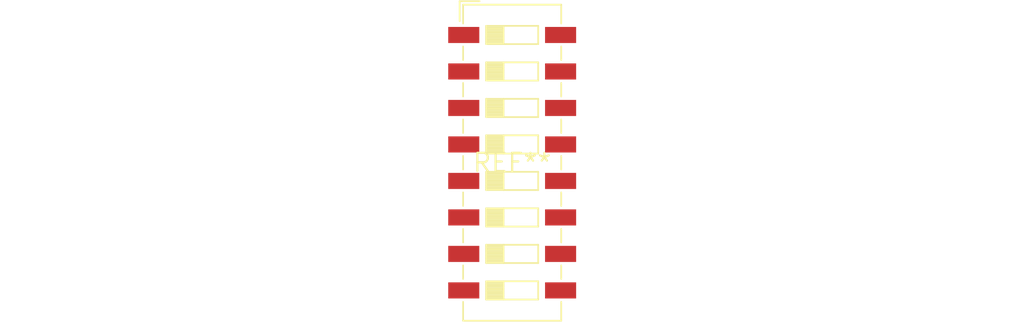
<source format=kicad_pcb>
(kicad_pcb (version 20240108) (generator pcbnew)
  (layers (0 "F.Cu" signal) (31 "B.Cu" signal) (34 "B.Paste" user) (35 "F.Paste" user) (36 "B.SilkS" user "B.Silkscreen") (37 "F.SilkS" user "F.Silkscreen") (38 "B.Mask" user) (39 "F.Mask" user) (44 "Edge.Cuts" user))
  (net 0 "")
  (footprint "SW_DIP_SPSTx08_Slide_6.7x21.88mm_W6.73mm_P2.54mm_LowProfile_JPin" (layer "F.Cu") (at 0 0)
    (property "Reference" "REF**")
    (property "Value" "SW_DIP_SPSTx08_Slide_6.7x21.88mm_W6.73mm_P2.54mm_LowProfile_JPin")
    (fp_line (start -3.65 -11.24) (end -3.65 -9.857) (layer "F.SilkS") (stroke (width 0.12)))
    (fp_line (start -3.65 -11.24) (end -2.267 -11.24) (layer "F.SilkS") (stroke (width 0.12)))
    (fp_line (start -3.41 -11) (end -3.41 -9.69) (layer "F.SilkS") (stroke (width 0.12)))
    (fp_line (start -3.41 -11) (end 3.41 -11) (layer "F.SilkS") (stroke (width 0.12)))
    (fp_line (start -3.41 -8.09) (end -3.41 -7.15) (layer "F.SilkS") (stroke (width 0.12)))
    (fp_line (start -3.41 -5.55) (end -3.41 -4.61) (layer "F.SilkS") (stroke (width 0.12)))
    (fp_line (start -3.41 -3.01) (end -3.41 -2.07) (layer "F.SilkS") (stroke (width 0.12)))
    (fp_line (start -3.41 -0.47) (end -3.41 0.47) (layer "F.SilkS") (stroke (width 0.12)))
    (fp_line (start -3.41 2.07) (end -3.41 3.01) (layer "F.SilkS") (stroke (width 0.12)))
    (fp_line (start -3.41 4.61) (end -3.41 5.55) (layer "F.SilkS") (stroke (width 0.12)))
    (fp_line (start -3.41 7.15) (end -3.41 8.09) (layer "F.SilkS") (stroke (width 0.12)))
    (fp_line (start -3.41 9.69) (end -3.41 11.001) (layer "F.SilkS") (stroke (width 0.12)))
    (fp_line (start -3.41 11.001) (end 3.41 11.001) (layer "F.SilkS") (stroke (width 0.12)))
    (fp_line (start -1.81 -9.525) (end -1.81 -8.255) (layer "F.SilkS") (stroke (width 0.12)))
    (fp_line (start -1.81 -9.405) (end -0.603333 -9.405) (layer "F.SilkS") (stroke (width 0.12)))
    (fp_line (start -1.81 -9.285) (end -0.603333 -9.285) (layer "F.SilkS") (stroke (width 0.12)))
    (fp_line (start -1.81 -9.165) (end -0.603333 -9.165) (layer "F.SilkS") (stroke (width 0.12)))
    (fp_line (start -1.81 -9.045) (end -0.603333 -9.045) (layer "F.SilkS") (stroke (width 0.12)))
    (fp_line (start -1.81 -8.925) (end -0.603333 -8.925) (layer "F.SilkS") (stroke (width 0.12)))
    (fp_line (start -1.81 -8.805) (end -0.603333 -8.805) (layer "F.SilkS") (stroke (width 0.12)))
    (fp_line (start -1.81 -8.685) (end -0.603333 -8.685) (layer "F.SilkS") (stroke (width 0.12)))
    (fp_line (start -1.81 -8.565) (end -0.603333 -8.565) (layer "F.SilkS") (stroke (width 0.12)))
    (fp_line (start -1.81 -8.445) (end -0.603333 -8.445) (layer "F.SilkS") (stroke (width 0.12)))
    (fp_line (start -1.81 -8.325) (end -0.603333 -8.325) (layer "F.SilkS") (stroke (width 0.12)))
    (fp_line (start -1.81 -8.255) (end 1.81 -8.255) (layer "F.SilkS") (stroke (width 0.12)))
    (fp_line (start -1.81 -6.985) (end -1.81 -5.715) (layer "F.SilkS") (stroke (width 0.12)))
    (fp_line (start -1.81 -6.865) (end -0.603333 -6.865) (layer "F.SilkS") (stroke (width 0.12)))
    (fp_line (start -1.81 -6.745) (end -0.603333 -6.745) (layer "F.SilkS") (stroke (width 0.12)))
    (fp_line (start -1.81 -6.625) (end -0.603333 -6.625) (layer "F.SilkS") (stroke (width 0.12)))
    (fp_line (start -1.81 -6.505) (end -0.603333 -6.505) (layer "F.SilkS") (stroke (width 0.12)))
    (fp_line (start -1.81 -6.385) (end -0.603333 -6.385) (layer "F.SilkS") (stroke (width 0.12)))
    (fp_line (start -1.81 -6.265) (end -0.603333 -6.265) (layer "F.SilkS") (stroke (width 0.12)))
    (fp_line (start -1.81 -6.145) (end -0.603333 -6.145) (layer "F.SilkS") (stroke (width 0.12)))
    (fp_line (start -1.81 -6.025) (end -0.603333 -6.025) (layer "F.SilkS") (stroke (width 0.12)))
    (fp_line (start -1.81 -5.905) (end -0.603333 -5.905) (layer "F.SilkS") (stroke (width 0.12)))
    (fp_line (start -1.81 -5.785) (end -0.603333 -5.785) (layer "F.SilkS") (stroke (width 0.12)))
    (fp_line (start -1.81 -5.715) (end 1.81 -5.715) (layer "F.SilkS") (stroke (width 0.12)))
    (fp_line (start -1.81 -4.445) (end -1.81 -3.175) (layer "F.SilkS") (stroke (width 0.12)))
    (fp_line (start -1.81 -4.325) (end -0.603333 -4.325) (layer "F.SilkS") (stroke (width 0.12)))
    (fp_line (start -1.81 -4.205) (end -0.603333 -4.205) (layer "F.SilkS") (stroke (width 0.12)))
    (fp_line (start -1.81 -4.085) (end -0.603333 -4.085) (layer "F.SilkS") (stroke (width 0.12)))
    (fp_line (start -1.81 -3.965) (end -0.603333 -3.965) (layer "F.SilkS") (stroke (width 0.12)))
    (fp_line (start -1.81 -3.845) (end -0.603333 -3.845) (layer "F.SilkS") (stroke (width 0.12)))
    (fp_line (start -1.81 -3.725) (end -0.603333 -3.725) (layer "F.SilkS") (stroke (width 0.12)))
    (fp_line (start -1.81 -3.605) (end -0.603333 -3.605) (layer "F.SilkS") (stroke (width 0.12)))
    (fp_line (start -1.81 -3.485) (end -0.603333 -3.485) (layer "F.SilkS") (stroke (width 0.12)))
    (fp_line (start -1.81 -3.365) (end -0.603333 -3.365) (layer "F.SilkS") (stroke (width 0.12)))
    (fp_line (start -1.81 -3.245) (end -0.603333 -3.245) (layer "F.SilkS") (stroke (width 0.12)))
    (fp_line (start -1.81 -3.175) (end 1.81 -3.175) (layer "F.SilkS") (stroke (width 0.12)))
    (fp_line (start -1.81 -1.905) (end -1.81 -0.635) (layer "F.SilkS") (stroke (width 0.12)))
    (fp_line (start -1.81 -1.785) (end -0.603333 -1.785) (layer "F.SilkS") (stroke (width 0.12)))
    (fp_line (start -1.81 -1.665) (end -0.603333 -1.665) (layer "F.SilkS") (stroke (width 0.12)))
    (fp_line (start -1.81 -1.545) (end -0.603333 -1.545) (layer "F.SilkS") (stroke (width 0.12)))
    (fp_line (start -1.81 -1.425) (end -0.603333 -1.425) (layer "F.SilkS") (stroke (width 0.12)))
    (fp_line (start -1.81 -1.305) (end -0.603333 -1.305) (layer "F.SilkS") (stroke (width 0.12)))
    (fp_line (start -1.81 -1.185) (end -0.603333 -1.185) (layer "F.SilkS") (stroke (width 0.12)))
    (fp_line (start -1.81 -1.065) (end -0.603333 -1.065) (layer "F.SilkS") (stroke (width 0.12)))
    (fp_line (start -1.81 -0.945) (end -0.603333 -0.945) (layer "F.SilkS") (stroke (width 0.12)))
    (fp_line (start -1.81 -0.825) (end -0.603333 -0.825) (layer "F.SilkS") (stroke (width 0.12)))
    (fp_line (start -1.81 -0.705) (end -0.603333 -0.705) (layer "F.SilkS") (stroke (width 0.12)))
    (fp_line (start -1.81 -0.635) (end 1.81 -0.635) (layer "F.SilkS") (stroke (width 0.12)))
    (fp_line (start -1.81 0.635) (end -1.81 1.905) (layer "F.SilkS") (stroke (width 0.12)))
    (fp_line (start -1.81 0.755) (end -0.603333 0.755) (layer "F.SilkS") (stroke (width 0.12)))
    (fp_line (start -1.81 0.875) (end -0.603333 0.875) (layer "F.SilkS") (stroke (width 0.12)))
    (fp_line (start -1.81 0.995) (end -0.603333 0.995) (layer "F.SilkS") (stroke (width 0.12)))
    (fp_line (start -1.81 1.115) (end -0.603333 1.115) (layer "F.SilkS") (stroke (width 0.12)))
    (fp_line (start -1.81 1.235) (end -0.603333 1.235) (layer "F.SilkS") (stroke (width 0.12)))
    (fp_line (start -1.81 1.355) (end -0.603333 1.355) (layer "F.SilkS") (stroke (width 0.12)))
    (fp_line (start -1.81 1.475) (end -0.603333 1.475) (layer "F.SilkS") (stroke (width 0.12)))
    (fp_line (start -1.81 1.595) (end -0.603333 1.595) (layer "F.SilkS") (stroke (width 0.12)))
    (fp_line (start -1.81 1.715) (end -0.603333 1.715) (layer "F.SilkS") (stroke (width 0.12)))
    (fp_line (start -1.81 1.835) (end -0.603333 1.835) (layer "F.SilkS") (stroke (width 0.12)))
    (fp_line (start -1.81 1.905) (end 1.81 1.905) (layer "F.SilkS") (stroke (width 0.12)))
    (fp_line (start -1.81 3.175) (end -1.81 4.445) (layer "F.SilkS") (stroke (width 0.12)))
    (fp_line (start -1.81 3.295) (end -0.603333 3.295) (layer "F.SilkS") (stroke (width 0.12)))
    (fp_line (start -1.81 3.415) (end -0.603333 3.415) (layer "F.SilkS") (stroke (width 0.12)))
    (fp_line (start -1.81 3.535) (end -0.603333 3.535) (layer "F.SilkS") (stroke (width 0.12)))
    (fp_line (start -1.81 3.655) (end -0.603333 3.655) (layer "F.SilkS") (stroke (width 0.12)))
    (fp_line (start -1.81 3.775) (end -0.603333 3.775) (layer "F.SilkS") (stroke (width 0.12)))
    (fp_line (start -1.81 3.895) (end -0.603333 3.895) (layer "F.SilkS") (stroke (width 0.12)))
    (fp_line (start -1.81 4.015) (end -0.603333 4.015) (layer "F.SilkS") (stroke (width 0.12)))
    (fp_line (start -1.81 4.135) (end -0.603333 4.135) (layer "F.SilkS") (stroke (width 0.12)))
    (fp_line (start -1.81 4.255) (end -0.603333 4.255) (layer "F.SilkS") (stroke (width 0.12)))
    (fp_line (start -1.81 4.375) (end -0.603333 4.375) (layer "F.SilkS") (stroke (width 0.12)))
    (fp_line (start -1.81 4.445) (end 1.81 4.445) (layer "F.SilkS") (stroke (width 0.12)))
    (fp_line (start -1.81 5.715) (end -1.81 6.985) (layer "F.SilkS") (stroke (width 0.12)))
    (fp_line (start -1.81 5.835) (end -0.603333 5.835) (layer "F.SilkS") (stroke (width 0.12)))
    (fp_line (start -1.81 5.955) (end -0.603333 5.955) (layer "F.SilkS") (stroke (width 0.12)))
    (fp_line (start -1.81 6.075) (end -0.603333 6.075) (layer "F.SilkS") (stroke (width 0.12)))
    (fp_line (start -1.81 6.195) (end -0.603333 6.195) (layer "F.SilkS") (stroke (width 0.12)))
    (fp_line (start -1.81 6.315) (end -0.603333 6.315) (layer "F.SilkS") (stroke (width 0.12)))
    (fp_line (start -1.81 6.435) (end -0.603333 6.435) (layer "F.SilkS") (stroke (width 0.12)))
    (fp_line (start -1.81 6.555) (end -0.603333 6.555) (layer "F.SilkS") (stroke (width 0.12)))
    (fp_line (start -1.81 6.675) (end -0.603333 6.675) (layer "F.SilkS") (stroke (width 0.12)))
    (fp_line (start -1.81 6.795) (end -0.603333 6.795) (layer "F.SilkS") (stroke (width 0.12)))
    (fp_line (start -1.81 6.915) (end -0.603333 6.915) (layer "F.SilkS") (stroke (width 0.12)))
    (fp_line (start -1.81 6.985) (end 1.81 6.985) (layer "F.SilkS") (stroke (width 0.12)))
    (fp_line (start -1.81 8.255) (end -1.81 9.525) (layer "F.SilkS") (stroke (width 0.12)))
    (fp_line (start -1.81 8.375) (end -0.603333 8.375) (layer "F.SilkS") (stroke (width 0.12)))
    (fp_line (start -1.81 8.495) (end -0.603333 8.495) (layer "F.SilkS") (stroke (width 0.12)))
    (fp_line (start -1.81 8.615) (end -0.603333 8.615) (layer "F.SilkS") (stroke (width 0.12)))
    (fp_line (start -1.81 8.735) (end -0.603333 8.735) (layer "F.SilkS") (stroke (width 0.12)))
    (fp_line (start -1.81 8.855) (end -0.603333 8.855) (layer "F.SilkS") (stroke (width 0.12)))
    (fp_line (start -1.81 8.975) (end -0.603333 8.975) (layer "F.SilkS") (stroke (width 0.12)))
    (fp_line (start -1.81 9.095) (end -0.603333 9.095) (layer "F.SilkS") (stroke (width 0.12)))
    (fp_line (start -1.81 9.215) (end -0.603333 9.215) (layer "F.SilkS") (stroke (width 0.12)))
    (fp_line (start -1.81 9.335) (end -0.603333 9.335) (layer "F.SilkS") (stroke (width 0.12)))
    (fp_line (start -1.81 9.455) (end -0.603333 9.455) (layer "F.SilkS") (stroke (width 0.12)))
    (fp_line (start -1.81 9.525) (end 1.81 9.525) (layer "F.SilkS") (stroke (width 0.12)))
    (fp_line (start -0.603333 -9.525) (end -0.603333 -8.255) (layer "F.SilkS") (stroke (width 0.12)))
    (fp_line (start -0.603333 -6.985) (end -0.603333 -5.715) (layer "F.SilkS") (stroke (width 0.12)))
    (fp_line (start -0.603333 -4.445) (end -0.603333 -3.175) (layer "F.SilkS") (stroke (width 0.12)))
    (fp_line (start -0.603333 -1.905) (end -0.603333 -0.635) (layer "F.SilkS") (stroke (width 0.12)))
    (fp_line (start -0.603333 0.635) (end -0.603333 1.905) (layer "F.SilkS") (stroke (width 0.12)))
    (fp_line (start -0.603333 3.175) (end -0.603333 4.445) (layer "F.SilkS") (stroke (width 0.12)))
    (fp_line (start -0.603333 5.715) (end -0.603333 6.985) (layer "F.SilkS") (stroke (width 0.12)))
    (fp_line (start -0.603333 8.255) (end -0.603333 9.525) (layer "F.SilkS") (stroke (width 0.12)))
    (fp_line (start 1.81 -9.525) (end -1.81 -9.525) (layer "F.SilkS") (stroke (width 0.12)))
    (fp_line (start 1.81 -8.255) (end 1.81 -9.525) (layer "F.SilkS") (stroke (width 0.12)))
    (fp_line (start 1.81 -6.985) (end -1.81 -6.985) (layer "F.SilkS") (stroke (width 0.12)))
    (fp_line (start 1.81 -5.715) (end 1.81 -6.985) (layer "F.SilkS") (stroke (width 0.12)))
    (fp_line (start 1.81 -4.445) (end -1.81 -4.445) (layer "F.SilkS") (stroke (width 0.12)))
    (fp_line (start 1.81 -3.175) (end 1.81 -4.445) (layer "F.SilkS") (stroke (width 0.12)))
    (fp_line (start 1.81 -1.905) (end -1.81 -1.905) (layer "F.SilkS") (stroke (width 0.12)))
    (fp_line (start 1.81 -0.635) (end 1.81 -1.905) (layer "F.SilkS") (stroke (width 0.12)))
    (fp_line (start 1.81 0.635) (end -1.81 0.635) (layer "F.SilkS") (stroke (width 0.12)))
    (fp_line (start 1.81 1.905) (end 1.81 0.635) (layer "F.SilkS") (stroke (width 0.12)))
    (fp_line (start 1.81 3.175) (end -1.81 3.175) (layer "F.SilkS") (stroke (width 0.12)))
    (fp_line (start 1.81 4.445) (end 1.81 3.175) (layer "F.SilkS") (stroke (width 0.12)))
    (fp_line (start 1.81 5.715) (end -1.81 5.715) (layer "F.SilkS") (stroke (width 0.12)))
    (fp_line (start 1.81 6.985) (end 1.81 5.715) (layer "F.SilkS") (stroke (width 0.12)))
    (fp_line (start 1.81 8.255) (end -1.81 8.255) (layer "F.SilkS") (stroke (width 0.12)))
    (fp_line (start 1.81 9.525) (end 1.81 8.255) (layer "F.SilkS") (stroke (width 0.12)))
    (fp_line (start 3.41 -11) (end 3.41 -9.69) (layer "F.SilkS") (stroke (width 0.12)))
    (fp_line (start 3.41 -8.089) (end 3.41 -7.149) (layer "F.SilkS") (stroke (width 0.12)))
    (fp_line (start 3.41 -5.549) (end 3.41 -4.609) (layer "F.SilkS") (stroke (width 0.12)))
    (fp_line (start 3.41 -3.009) (end 3.41 -2.069) (layer "F.SilkS") (stroke (width 0.12)))
    (fp_line (start 3.41 -0.469) (end 3.41 0.471) (layer "F.SilkS") (stroke (width 0.12)))
    (fp_line (start 3.41 2.071) (end 3.41 3.011) (layer "F.SilkS") (stroke (width 0.12)))
    (fp_line (start 3.41 4.611) (end 3.41 5.551) (layer "F.SilkS") (stroke (width 0.12)))
    (fp_line (start 3.41 7.151) (end 3.41 8.09) (layer "F.SilkS") (stroke (width 0.12)))
    (fp_line (start 3.41 9.69) (end 3.41 11.001) (layer "F.SilkS") (stroke (width 0.12)))
    (pad "1" smd rect (at -3.365 -8.89) (size 2.16 1.12) (layers "F.Cu" "F.Paste" "F.Mask"))
    (pad "2" smd rect (at -3.365 -6.35) (size 2.16 1.12) (layers "F.Cu" "F.Paste" "F.Mask"))
    (pad "3" smd rect (at -3.365 -3.81) (size 2.16 1.12) (layers "F.Cu" "F.Paste" "F.Mask"))
    (pad "4" smd rect (at -3.365 -1.27) (size 2.16 1.12) (layers "F.Cu" "F.Paste" "F.Mask"))
    (pad "5" smd rect (at -3.365 1.27) (size 2.16 1.12) (layers "F.Cu" "F.Paste" "F.Mask"))
    (pad "6" smd rect (at -3.365 3.81) (size 2.16 1.12) (layers "F.Cu" "F.Paste" "F.Mask"))
    (pad "7" smd rect (at -3.365 6.35) (size 2.16 1.12) (layers "F.Cu" "F.Paste" "F.Mask"))
    (pad "8" smd rect (at -3.365 8.89) (size 2.16 1.12) (layers "F.Cu" "F.Paste" "F.Mask"))
    (pad "9" smd rect (at 3.365 8.89) (size 2.16 1.12) (layers "F.Cu" "F.Paste" "F.Mask"))
    (pad "10" smd rect (at 3.365 6.35) (size 2.16 1.12) (layers "F.Cu" "F.Paste" "F.Mask"))
    (pad "11" smd rect (at 3.365 3.81) (size 2.16 1.12) (layers "F.Cu" "F.Paste" "F.Mask"))
    (pad "12" smd rect (at 3.365 1.27) (size 2.16 1.12) (layers "F.Cu" "F.Paste" "F.Mask"))
    (pad "13" smd rect (at 3.365 -1.27) (size 2.16 1.12) (layers "F.Cu" "F.Paste" "F.Mask"))
    (pad "14" smd rect (at 3.365 -3.81) (size 2.16 1.12) (layers "F.Cu" "F.Paste" "F.Mask"))
    (pad "15" smd rect (at 3.365 -6.35) (size 2.16 1.12) (layers "F.Cu" "F.Paste" "F.Mask"))
    (pad "16" smd rect (at 3.365 -8.89) (size 2.16 1.12) (layers "F.Cu" "F.Paste" "F.Mask"))
  )
)
</source>
